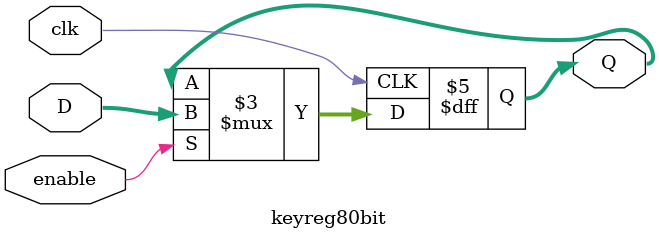
<source format=v>
`timescale 1ns / 1ps

//module 80 bit DFF with enable*/
//Note: written in RTL 
//////////////////////////////////////////////////////////////////////////////////


module keyreg80bit(
    input clk,
    input [79:0] D,
    input enable,
    output reg [79:0] Q
    );
        
    
    always @ (posedge clk)
    begin
        if (enable) Q <= D;
        else Q <= Q;
    end
    
endmodule

</source>
